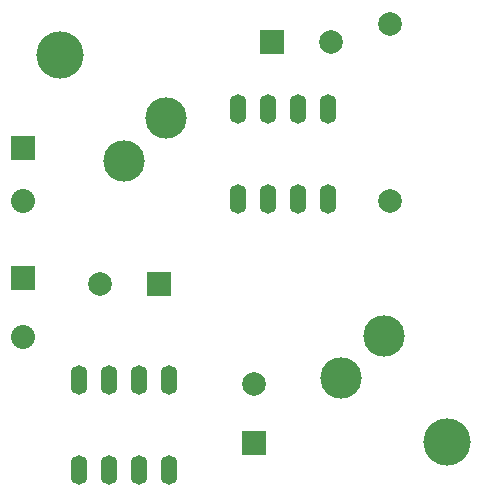
<source format=gbr>
G04 #@! TF.FileFunction,Soldermask,Top*
%FSLAX46Y46*%
G04 Gerber Fmt 4.6, Leading zero omitted, Abs format (unit mm)*
G04 Created by KiCad (PCBNEW (2014-11-17 BZR 5289)-product) date Wed 28 Oct 2015 01:57:00 PM EDT*
%MOMM*%
G01*
G04 APERTURE LIST*
%ADD10C,0.100000*%
%ADD11R,2.032000X2.032000*%
%ADD12O,2.032000X2.032000*%
%ADD13O,1.400000X2.500000*%
%ADD14R,2.000000X2.000000*%
%ADD15C,2.000000*%
%ADD16C,1.998980*%
%ADD17C,3.500000*%
%ADD18C,4.000000*%
G04 APERTURE END LIST*
D10*
D11*
X193000000Y-91500000D03*
D12*
X193000000Y-96000000D03*
D11*
X193000000Y-102500000D03*
D12*
X193000000Y-107500000D03*
D13*
X205310000Y-111190000D03*
X202770000Y-111190000D03*
X200230000Y-111190000D03*
X197690000Y-111190000D03*
X197690000Y-118810000D03*
X200230000Y-118810000D03*
X202770000Y-118810000D03*
X205310000Y-118810000D03*
X218810000Y-88190000D03*
X216270000Y-88190000D03*
X213730000Y-88190000D03*
X211190000Y-88190000D03*
X211190000Y-95810000D03*
X213730000Y-95810000D03*
X216270000Y-95810000D03*
X218810000Y-95810000D03*
D14*
X214000000Y-82500000D03*
D15*
X219000000Y-82500000D03*
D14*
X212500000Y-116500000D03*
D15*
X212500000Y-111500000D03*
D14*
X204500000Y-103000000D03*
D15*
X199500000Y-103000000D03*
D16*
X224000000Y-96000000D03*
X224000000Y-81000000D03*
D17*
X223500000Y-107407898D03*
X219907898Y-111000000D03*
D18*
X228888154Y-116388154D03*
D17*
X201500000Y-92592102D03*
X205092102Y-89000000D03*
D18*
X196111846Y-83611846D03*
M02*

</source>
